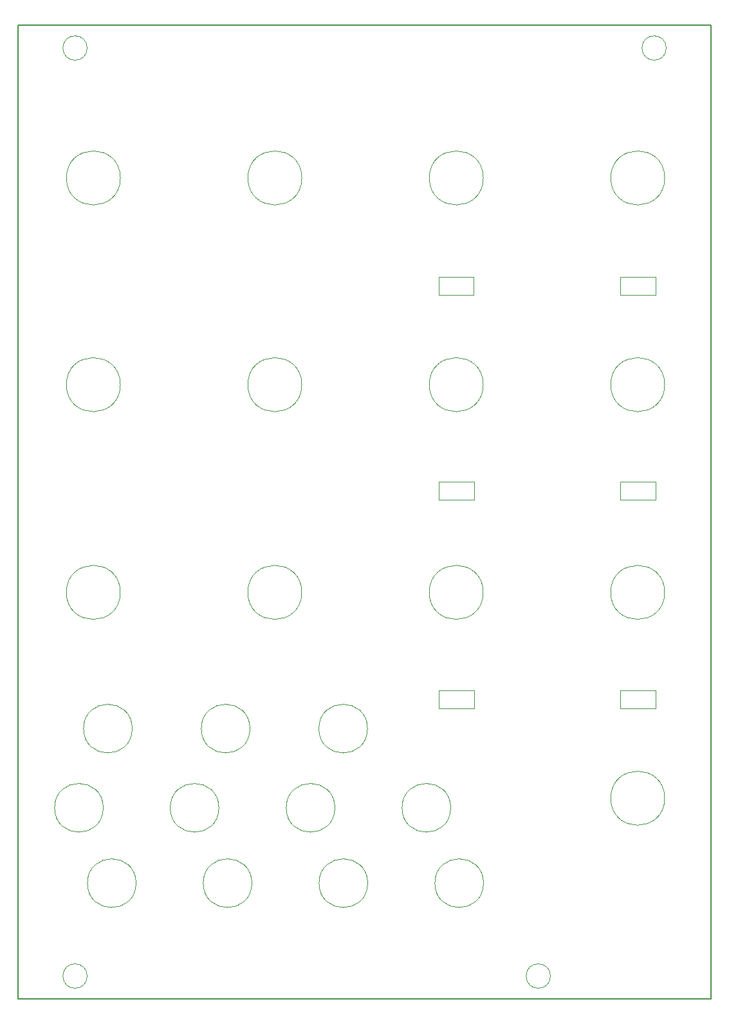
<source format=gm1>
G04 #@! TF.GenerationSoftware,KiCad,Pcbnew,(6.0.0)*
G04 #@! TF.CreationDate,2022-01-04T18:38:19+01:00*
G04 #@! TF.ProjectId,ad633muliply-panel,61643633-336d-4756-9c69-706c792d7061,rev?*
G04 #@! TF.SameCoordinates,Original*
G04 #@! TF.FileFunction,Profile,NP*
%FSLAX46Y46*%
G04 Gerber Fmt 4.6, Leading zero omitted, Abs format (unit mm)*
G04 Created by KiCad (PCBNEW (6.0.0)) date 2022-01-04 18:38:19*
%MOMM*%
%LPD*%
G01*
G04 APERTURE LIST*
G04 #@! TA.AperFunction,Profile*
%ADD10C,0.200000*%
G04 #@! TD*
G04 #@! TA.AperFunction,Profile*
%ADD11C,0.050000*%
G04 #@! TD*
G04 APERTURE END LIST*
D10*
X166756000Y-55490000D02*
X166756000Y-183490000D01*
X75570000Y-183490000D02*
X75570000Y-55490000D01*
X75570000Y-55490000D02*
X166756000Y-55490000D01*
X166756000Y-183490000D02*
X75570000Y-183490000D01*
D11*
X130960000Y-142965000D02*
X135560000Y-142965000D01*
X84660000Y-58490000D02*
G75*
G03*
X84660000Y-58490000I-1600000J0D01*
G01*
X154835000Y-142965000D02*
X159435000Y-142965000D01*
X136809000Y-168280000D02*
G75*
G03*
X136809000Y-168280000I-3200000J0D01*
G01*
X154835000Y-90940000D02*
X154835000Y-88590000D01*
X154835000Y-145315000D02*
X154835000Y-142965000D01*
X101986000Y-158374000D02*
G75*
G03*
X101986000Y-158374000I-3200000J0D01*
G01*
X130935000Y-88615000D02*
X135535000Y-88615000D01*
X132491000Y-158374000D02*
G75*
G03*
X132491000Y-158374000I-3200000J0D01*
G01*
X130935000Y-90965000D02*
X130935000Y-88615000D01*
X159435000Y-117890000D02*
X154835000Y-117890000D01*
X135535000Y-88615000D02*
X135535000Y-90965000D01*
X89020000Y-130053000D02*
G75*
G03*
X89020000Y-130053000I-3550000J0D01*
G01*
X117251000Y-158374000D02*
G75*
G03*
X117251000Y-158374000I-3200000J0D01*
G01*
X159435000Y-115540000D02*
X159435000Y-117890000D01*
X160648000Y-130053000D02*
G75*
G03*
X160648000Y-130053000I-3550000J0D01*
G01*
X106075000Y-147960000D02*
G75*
G03*
X106075000Y-147960000I-3200000J0D01*
G01*
X89020000Y-102748000D02*
G75*
G03*
X89020000Y-102748000I-3550000J0D01*
G01*
X154835000Y-115540000D02*
X159435000Y-115540000D01*
X145620000Y-180490000D02*
G75*
G03*
X145620000Y-180490000I-1600000J0D01*
G01*
X112902000Y-75570000D02*
G75*
G03*
X112902000Y-75570000I-3550000J0D01*
G01*
X136772000Y-130053000D02*
G75*
G03*
X136772000Y-130053000I-3550000J0D01*
G01*
X135560000Y-142965000D02*
X135560000Y-145315000D01*
X135535000Y-90965000D02*
X130935000Y-90965000D01*
X135560000Y-145315000D02*
X130960000Y-145315000D01*
X84660000Y-180490000D02*
G75*
G03*
X84660000Y-180490000I-1600000J0D01*
G01*
X160648000Y-102748000D02*
G75*
G03*
X160648000Y-102748000I-3550000J0D01*
G01*
X154835000Y-117890000D02*
X154835000Y-115540000D01*
X160654000Y-75570000D02*
G75*
G03*
X160654000Y-75570000I-3550000J0D01*
G01*
X135560000Y-115540000D02*
X135560000Y-117890000D01*
X86771000Y-158374000D02*
G75*
G03*
X86771000Y-158374000I-3200000J0D01*
G01*
X159435000Y-142965000D02*
X159435000Y-145315000D01*
X121544000Y-147960000D02*
G75*
G03*
X121544000Y-147960000I-3200000J0D01*
G01*
X112896000Y-102748000D02*
G75*
G03*
X112896000Y-102748000I-3550000J0D01*
G01*
X160648000Y-157110000D02*
G75*
G03*
X160648000Y-157110000I-3550000J0D01*
G01*
X159435000Y-88590000D02*
X159435000Y-90940000D01*
X136772000Y-102748000D02*
G75*
G03*
X136772000Y-102748000I-3550000J0D01*
G01*
X159435000Y-145315000D02*
X154835000Y-145315000D01*
X136778000Y-75570000D02*
G75*
G03*
X136778000Y-75570000I-3550000J0D01*
G01*
X130960000Y-117890000D02*
X130960000Y-115540000D01*
X159435000Y-90940000D02*
X154835000Y-90940000D01*
X130960000Y-115540000D02*
X135560000Y-115540000D01*
X130960000Y-145315000D02*
X130960000Y-142965000D01*
X106329000Y-168280000D02*
G75*
G03*
X106329000Y-168280000I-3200000J0D01*
G01*
X90581000Y-147960000D02*
G75*
G03*
X90581000Y-147960000I-3200000J0D01*
G01*
X89026000Y-75570000D02*
G75*
G03*
X89026000Y-75570000I-3550000J0D01*
G01*
X121569000Y-168280000D02*
G75*
G03*
X121569000Y-168280000I-3200000J0D01*
G01*
X135560000Y-117890000D02*
X130960000Y-117890000D01*
X154835000Y-88590000D02*
X159435000Y-88590000D01*
X112896000Y-130053000D02*
G75*
G03*
X112896000Y-130053000I-3550000J0D01*
G01*
X160860000Y-58490000D02*
G75*
G03*
X160860000Y-58490000I-1600000J0D01*
G01*
X91089000Y-168280000D02*
G75*
G03*
X91089000Y-168280000I-3200000J0D01*
G01*
M02*

</source>
